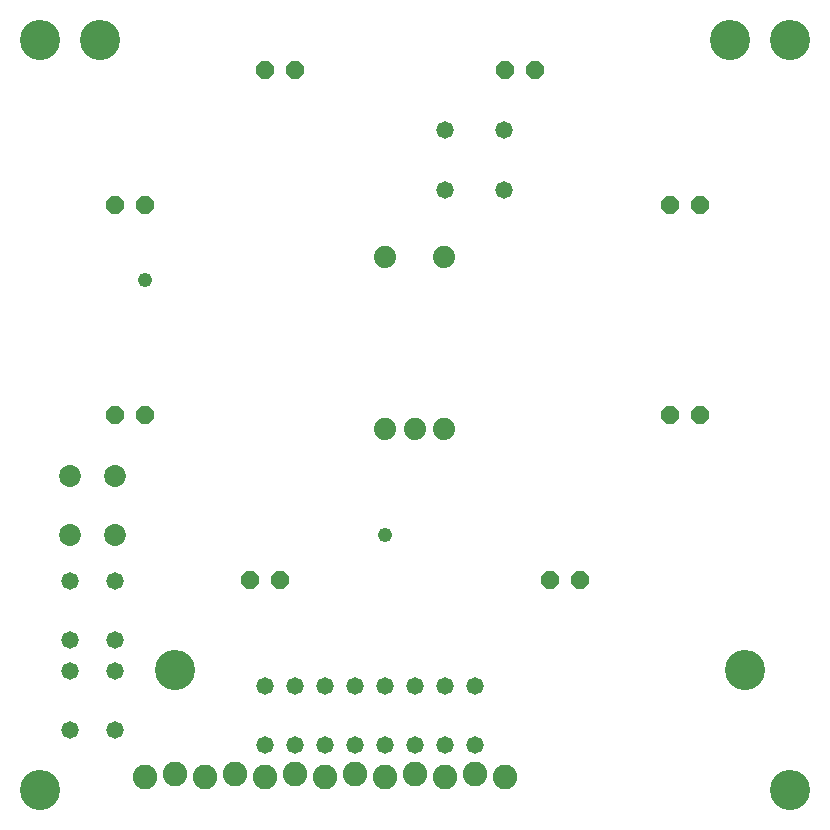
<source format=gbs>
G75*
%MOIN*%
%OFA0B0*%
%FSLAX25Y25*%
%IPPOS*%
%LPD*%
%AMOC8*
5,1,8,0,0,1.08239X$1,22.5*
%
%ADD10C,0.13398*%
%ADD11C,0.07300*%
%ADD12OC8,0.06000*%
%ADD13C,0.05800*%
%ADD14C,0.07400*%
%ADD15C,0.08200*%
%ADD16C,0.04762*%
D10*
X0011800Y0011800D03*
X0056800Y0051800D03*
X0246800Y0051800D03*
X0261800Y0011800D03*
X0261800Y0261800D03*
X0241800Y0261800D03*
X0031800Y0261800D03*
X0011800Y0261800D03*
D11*
X0021800Y0116643D03*
X0036800Y0116643D03*
X0036800Y0096957D03*
X0021800Y0096957D03*
D12*
X0036800Y0136800D03*
X0046800Y0136800D03*
X0081800Y0081800D03*
X0091800Y0081800D03*
X0181800Y0081800D03*
X0191800Y0081800D03*
X0221800Y0136800D03*
X0231800Y0136800D03*
X0231800Y0206800D03*
X0221800Y0206800D03*
X0176800Y0251800D03*
X0166800Y0251800D03*
X0096800Y0251800D03*
X0086800Y0251800D03*
X0046800Y0206800D03*
X0036800Y0206800D03*
D13*
X0146957Y0211800D03*
X0166643Y0211800D03*
X0166643Y0231800D03*
X0146957Y0231800D03*
X0036800Y0081643D03*
X0021800Y0081643D03*
X0021800Y0061957D03*
X0021800Y0051643D03*
X0036800Y0051643D03*
X0036800Y0061957D03*
X0036800Y0031957D03*
X0021800Y0031957D03*
X0086800Y0026957D03*
X0096800Y0026957D03*
X0106800Y0026957D03*
X0116800Y0026957D03*
X0126800Y0026957D03*
X0136800Y0026957D03*
X0146800Y0026957D03*
X0156800Y0026957D03*
X0156800Y0046643D03*
X0146800Y0046643D03*
X0136800Y0046643D03*
X0126800Y0046643D03*
X0116800Y0046643D03*
X0106800Y0046643D03*
X0096800Y0046643D03*
X0086800Y0046643D03*
D14*
X0126957Y0132272D03*
X0136800Y0132272D03*
X0146643Y0132272D03*
X0146643Y0189359D03*
X0126957Y0189359D03*
D15*
X0136800Y0017300D03*
X0126800Y0016300D03*
X0116800Y0017300D03*
X0106800Y0016300D03*
X0096800Y0017300D03*
X0086800Y0016300D03*
X0076800Y0017300D03*
X0066800Y0016300D03*
X0056800Y0017300D03*
X0046800Y0016300D03*
X0146800Y0016300D03*
X0156800Y0017300D03*
X0166800Y0016300D03*
D16*
X0126800Y0096800D03*
X0046800Y0181800D03*
M02*

</source>
